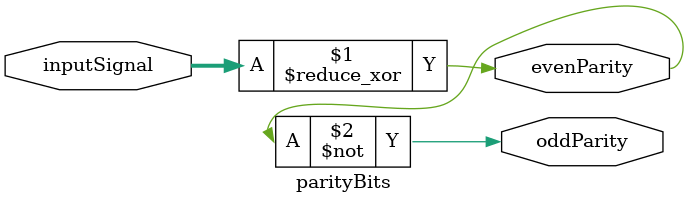
<source format=v>

module parityBits( inputSignal , evenParity , oddParity);

input [31:0]inputSignal ;

output evenParity;
output oddParity;

assign evenParity = ^inputSignal;
assign oddParity  = ~evenParity;

endmodule
</source>
